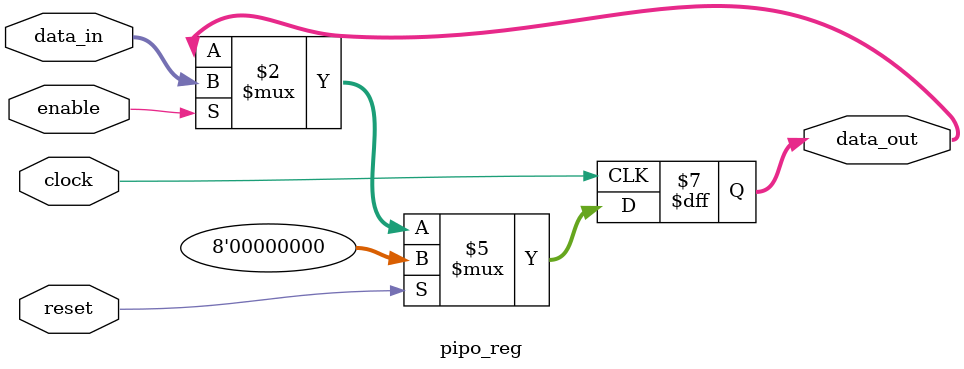
<source format=sv>
module pipo_reg #(parameter DATA_WIDTH = 8) (
    input wire clock, reset, enable,
    input wire [DATA_WIDTH-1:0] data_in,
    output reg [DATA_WIDTH-1:0] data_out
);
    always @(posedge clock) begin
        if (reset)
            data_out <= {DATA_WIDTH{1'b0}};
        else if (enable)
            data_out <= data_in;
    end
endmodule

</source>
